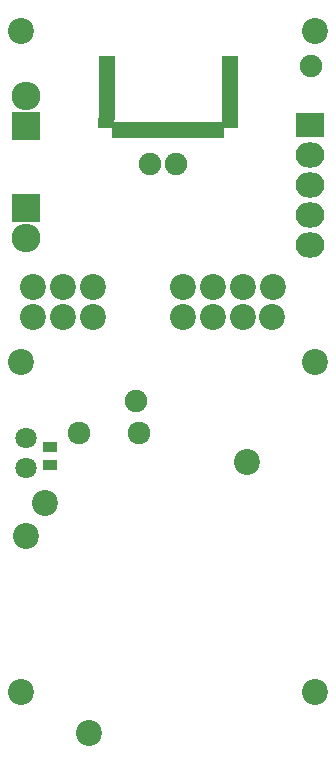
<source format=gts>
G04 #@! TF.FileFunction,Soldermask,Top*
%FSLAX46Y46*%
G04 Gerber Fmt 4.6, Leading zero omitted, Abs format (unit mm)*
G04 Created by KiCad (PCBNEW 4.0.1-stable) date 2016/08/25 3:11:25*
%MOMM*%
G01*
G04 APERTURE LIST*
%ADD10C,0.100000*%
%ADD11C,2.200000*%
%ADD12C,1.924000*%
%ADD13R,2.432000X2.127200*%
%ADD14O,2.432000X2.127200*%
%ADD15R,2.432000X2.432000*%
%ADD16O,2.432000X2.432000*%
%ADD17R,1.300000X0.900000*%
%ADD18C,1.800000*%
%ADD19C,1.900000*%
%ADD20R,1.390000X0.810000*%
%ADD21R,1.340000X0.810000*%
%ADD22R,0.810000X1.390000*%
G04 APERTURE END LIST*
D10*
D11*
X-10450000Y-12000000D03*
X-12049999Y-14771281D03*
X6661457Y-8526276D03*
X-6678123Y-31418100D03*
X-12450000Y28000000D03*
X12450000Y28000000D03*
X-12450000Y-28000000D03*
X12450000Y-28000000D03*
X12450000Y0D03*
X-12450000Y0D03*
D12*
X-2500000Y-6000000D03*
X-7500000Y-6000000D03*
D13*
X12000000Y20080000D03*
D14*
X12000000Y17540000D03*
X12000000Y15000000D03*
X12000000Y12460000D03*
X12000000Y9920000D03*
D15*
X-12000000Y13000000D03*
D16*
X-12000000Y10460000D03*
D15*
X-12000000Y20000000D03*
D16*
X-12000000Y22540000D03*
D11*
X8800000Y3810000D03*
X8890000Y6350000D03*
X6350000Y3810000D03*
X6350000Y6350000D03*
X3810000Y3810000D03*
X3800000Y6350000D03*
X1270000Y3810000D03*
X1270000Y6350000D03*
X-6350000Y3810000D03*
X-6350000Y6350000D03*
X-8890000Y6350000D03*
X-8890000Y3810000D03*
X-11430000Y6350000D03*
X-11430000Y3810000D03*
D17*
X-10000000Y-8750000D03*
X-10000000Y-7250000D03*
D18*
X-12000000Y-9000000D03*
X-12000000Y-6460000D03*
D19*
X700000Y16700000D03*
X-1500000Y16700000D03*
X-2700000Y-3300000D03*
X12100000Y25000000D03*
D20*
X5205000Y25500000D03*
X5205000Y24840000D03*
X5205000Y24180000D03*
X5205000Y23520000D03*
X5205000Y22860000D03*
X5205000Y22200000D03*
X5205000Y21540000D03*
X5205000Y20880000D03*
D21*
X5230000Y20220000D03*
D20*
X-5205000Y25500000D03*
X-5205000Y24840000D03*
X-5205000Y24180000D03*
X-5205000Y23520000D03*
X-5205000Y22860000D03*
X-5205000Y22200000D03*
X-5205000Y21540000D03*
X-5205000Y20880000D03*
D21*
X-5230000Y20220000D03*
D22*
X4290000Y19625000D03*
X3630000Y19625000D03*
X2970000Y19625000D03*
X2310000Y19625000D03*
X1650000Y19625000D03*
X990000Y19625000D03*
X330000Y19625000D03*
X-330000Y19625000D03*
X-990000Y19625000D03*
X-1650000Y19625000D03*
X-2310000Y19625000D03*
X-2970000Y19625000D03*
X-3630000Y19625000D03*
X-4290000Y19625000D03*
M02*

</source>
